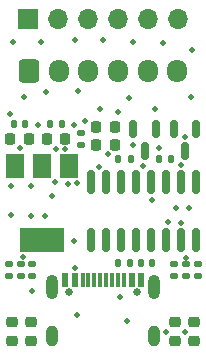
<source format=gbr>
%TF.GenerationSoftware,KiCad,Pcbnew,(6.0.0)*%
%TF.CreationDate,2022-08-06T00:01:37+02:00*%
%TF.ProjectId,bobby-flasher,626f6262-792d-4666-9c61-736865722e6b,rev?*%
%TF.SameCoordinates,Original*%
%TF.FileFunction,Soldermask,Top*%
%TF.FilePolarity,Negative*%
%FSLAX46Y46*%
G04 Gerber Fmt 4.6, Leading zero omitted, Abs format (unit mm)*
G04 Created by KiCad (PCBNEW (6.0.0)) date 2022-08-06 00:01:37*
%MOMM*%
%LPD*%
G01*
G04 APERTURE LIST*
G04 Aperture macros list*
%AMRoundRect*
0 Rectangle with rounded corners*
0 $1 Rounding radius*
0 $2 $3 $4 $5 $6 $7 $8 $9 X,Y pos of 4 corners*
0 Add a 4 corners polygon primitive as box body*
4,1,4,$2,$3,$4,$5,$6,$7,$8,$9,$2,$3,0*
0 Add four circle primitives for the rounded corners*
1,1,$1+$1,$2,$3*
1,1,$1+$1,$4,$5*
1,1,$1+$1,$6,$7*
1,1,$1+$1,$8,$9*
0 Add four rect primitives between the rounded corners*
20,1,$1+$1,$2,$3,$4,$5,0*
20,1,$1+$1,$4,$5,$6,$7,0*
20,1,$1+$1,$6,$7,$8,$9,0*
20,1,$1+$1,$8,$9,$2,$3,0*%
G04 Aperture macros list end*
%ADD10RoundRect,0.150000X-0.150000X0.587500X-0.150000X-0.587500X0.150000X-0.587500X0.150000X0.587500X0*%
%ADD11RoundRect,0.225000X0.225000X0.250000X-0.225000X0.250000X-0.225000X-0.250000X0.225000X-0.250000X0*%
%ADD12RoundRect,0.135000X-0.185000X0.135000X-0.185000X-0.135000X0.185000X-0.135000X0.185000X0.135000X0*%
%ADD13R,1.500000X2.000000*%
%ADD14R,3.800000X2.000000*%
%ADD15RoundRect,0.140000X-0.140000X-0.170000X0.140000X-0.170000X0.140000X0.170000X-0.140000X0.170000X0*%
%ADD16RoundRect,0.150000X0.150000X-0.825000X0.150000X0.825000X-0.150000X0.825000X-0.150000X-0.825000X0*%
%ADD17RoundRect,0.218750X0.256250X-0.218750X0.256250X0.218750X-0.256250X0.218750X-0.256250X-0.218750X0*%
%ADD18RoundRect,0.225000X-0.225000X-0.250000X0.225000X-0.250000X0.225000X0.250000X-0.225000X0.250000X0*%
%ADD19RoundRect,0.135000X0.135000X0.185000X-0.135000X0.185000X-0.135000X-0.185000X0.135000X-0.185000X0*%
%ADD20R,1.700000X1.700000*%
%ADD21O,1.700000X1.700000*%
%ADD22C,0.650000*%
%ADD23O,1.000000X2.100000*%
%ADD24O,1.000000X1.800000*%
%ADD25R,0.600000X1.150000*%
%ADD26R,0.300000X1.150000*%
%ADD27RoundRect,0.140000X-0.170000X0.140000X-0.170000X-0.140000X0.170000X-0.140000X0.170000X0.140000X0*%
%ADD28RoundRect,0.250000X-0.600000X-0.725000X0.600000X-0.725000X0.600000X0.725000X-0.600000X0.725000X0*%
%ADD29O,1.700000X1.950000*%
%ADD30RoundRect,0.140000X0.140000X0.170000X-0.140000X0.170000X-0.140000X-0.170000X0.140000X-0.170000X0*%
%ADD31RoundRect,0.135000X-0.135000X-0.185000X0.135000X-0.185000X0.135000X0.185000X-0.135000X0.185000X0*%
%ADD32C,0.500000*%
G04 APERTURE END LIST*
D10*
%TO.C,Q2*%
X7850000Y-62262500D03*
X5950000Y-62262500D03*
X6900000Y-64137500D03*
%TD*%
%TO.C,Q1*%
X4450000Y-62262500D03*
X2550000Y-62262500D03*
X3500000Y-64137500D03*
%TD*%
D11*
%TO.C,C8*%
X975000Y-62100000D03*
X-575000Y-62100000D03*
%TD*%
D12*
%TO.C,R6*%
X-7000000Y-73690000D03*
X-7000000Y-74710000D03*
%TD*%
%TO.C,R2*%
X7000000Y-73690000D03*
X7000000Y-74710000D03*
%TD*%
D13*
%TO.C,U2*%
X-2900000Y-65350000D03*
X-5200000Y-65350000D03*
D14*
X-5200000Y-71650000D03*
D13*
X-7500000Y-65350000D03*
%TD*%
D15*
%TO.C,C3*%
X3170000Y-73600000D03*
X4130000Y-73600000D03*
%TD*%
D16*
%TO.C,U1*%
X-1045000Y-71675000D03*
X225000Y-71675000D03*
X1495000Y-71675000D03*
X2765000Y-71675000D03*
X4035000Y-71675000D03*
X5305000Y-71675000D03*
X6575000Y-71675000D03*
X7845000Y-71675000D03*
X7845000Y-66725000D03*
X6575000Y-66725000D03*
X5305000Y-66725000D03*
X4035000Y-66725000D03*
X2765000Y-66725000D03*
X1495000Y-66725000D03*
X225000Y-66725000D03*
X-1045000Y-66725000D03*
%TD*%
D12*
%TO.C,R8*%
X6000000Y-73690000D03*
X6000000Y-74710000D03*
%TD*%
D17*
%TO.C,D3*%
X6100000Y-80175000D03*
X6100000Y-78600000D03*
%TD*%
D18*
%TO.C,C2*%
X-7875000Y-63100000D03*
X-6325000Y-63100000D03*
%TD*%
D19*
%TO.C,R3*%
X2260000Y-73600000D03*
X1240000Y-73600000D03*
%TD*%
D15*
%TO.C,C1*%
X-7580000Y-61800000D03*
X-6620000Y-61800000D03*
%TD*%
D18*
%TO.C,C5*%
X-4775000Y-63100000D03*
X-3225000Y-63100000D03*
%TD*%
D20*
%TO.C,J2*%
X-6350000Y-52900000D03*
D21*
X-3810000Y-52900000D03*
X-1270000Y-52900000D03*
X1270000Y-52900000D03*
X3810000Y-52900000D03*
X6350000Y-52900000D03*
%TD*%
D17*
%TO.C,D1*%
X-6100000Y-80187500D03*
X-6100000Y-78612500D03*
%TD*%
D12*
%TO.C,R9*%
X8000000Y-73690000D03*
X8000000Y-74710000D03*
%TD*%
D22*
%TO.C,USBC1*%
X-2890000Y-76090000D03*
X2890000Y-76090000D03*
D23*
X-4320000Y-75590000D03*
D24*
X-4320000Y-79770000D03*
X4320000Y-79770000D03*
D23*
X4320000Y-75590000D03*
D25*
X-3200000Y-75030000D03*
X-2400000Y-75030000D03*
D26*
X-1250000Y-75030000D03*
X-250000Y-75030000D03*
X250000Y-75030000D03*
X1250000Y-75030000D03*
D25*
X3200000Y-75030000D03*
X2400000Y-75030000D03*
D26*
X1750000Y-75030000D03*
X750000Y-75030000D03*
X-750000Y-75030000D03*
X-1750000Y-75030000D03*
%TD*%
D19*
%TO.C,R5*%
X5720000Y-64800000D03*
X4700000Y-64800000D03*
%TD*%
D27*
%TO.C,C4*%
X-1900000Y-62620000D03*
X-1900000Y-63580000D03*
%TD*%
D17*
%TO.C,D2*%
X-7700000Y-80187500D03*
X-7700000Y-78612500D03*
%TD*%
D28*
%TO.C,J3*%
X-6250000Y-57375000D03*
D29*
X-3750000Y-57375000D03*
X-1250000Y-57375000D03*
X1250000Y-57375000D03*
X3750000Y-57375000D03*
X6250000Y-57375000D03*
%TD*%
D18*
%TO.C,C7*%
X975000Y-63600000D03*
X-575000Y-63600000D03*
%TD*%
D30*
%TO.C,C6*%
X-3520000Y-61800000D03*
X-4480000Y-61800000D03*
%TD*%
D31*
%TO.C,R4*%
X1290000Y-64800000D03*
X2310000Y-64800000D03*
%TD*%
D17*
%TO.C,D4*%
X7700000Y-80187500D03*
X7700000Y-78612500D03*
%TD*%
D12*
%TO.C,R7*%
X-8000000Y-73690000D03*
X-8000000Y-74710000D03*
%TD*%
%TO.C,R1*%
X-6000000Y-73690000D03*
X-6000000Y-74710000D03*
%TD*%
D32*
X4100000Y-68300000D03*
X3400000Y-65400000D03*
X6900000Y-62900000D03*
X4700000Y-63900000D03*
X4400000Y-60600000D03*
X-1574579Y-61574579D03*
X1250000Y-60850000D03*
X-6100000Y-67050000D03*
X2500000Y-54900000D03*
X-5550000Y-61900000D03*
X-7800000Y-67050000D03*
X-2500000Y-61900000D03*
X-6000000Y-76000000D03*
X-4300000Y-67950000D03*
X0Y-54700000D03*
X-2250000Y-78000000D03*
X7450000Y-59500000D03*
X2050000Y-78500000D03*
X-2450000Y-71700000D03*
X-7850000Y-69550000D03*
X-3225000Y-63975000D03*
X-5250000Y-54850000D03*
X-6700000Y-59500000D03*
X-3000000Y-66950000D03*
X7550000Y-55550000D03*
X-300000Y-60550000D03*
X-6100000Y-69600000D03*
X-2100000Y-59050000D03*
X-2200000Y-66850000D03*
X-4850000Y-59150000D03*
X5050000Y-54950000D03*
X-7900000Y-60950000D03*
X-7650000Y-54900000D03*
X-2350000Y-54700000D03*
X1450000Y-76500000D03*
X-6800000Y-73100000D03*
X6600000Y-70200000D03*
X-400000Y-65500000D03*
X-7087500Y-63862500D03*
X-2400000Y-74050000D03*
X7250000Y-68900000D03*
X-4950000Y-69600000D03*
X400000Y-64400000D03*
X-4000000Y-63950000D03*
X5300000Y-79400000D03*
X-4050000Y-66750000D03*
X7000000Y-73150000D03*
X6900000Y-79400000D03*
X5500000Y-70100000D03*
X2150000Y-59650000D03*
X2550000Y-63600000D03*
X6575000Y-65325000D03*
X6200000Y-68950000D03*
M02*

</source>
